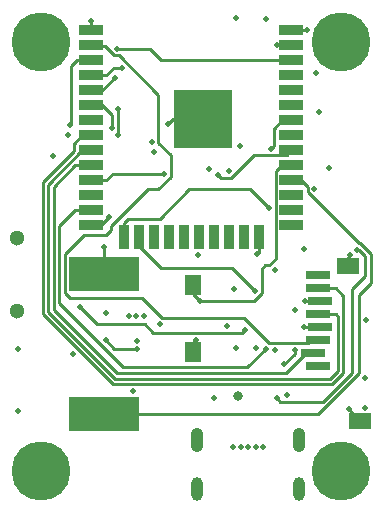
<source format=gbr>
%TF.GenerationSoftware,KiCad,Pcbnew,(6.0.1)*%
%TF.CreationDate,2022-09-11T15:04:47+02:00*%
%TF.ProjectId,trick-tracker,74726963-6b2d-4747-9261-636b65722e6b,rev?*%
%TF.SameCoordinates,Original*%
%TF.FileFunction,Copper,L4,Bot*%
%TF.FilePolarity,Positive*%
%FSLAX46Y46*%
G04 Gerber Fmt 4.6, Leading zero omitted, Abs format (unit mm)*
G04 Created by KiCad (PCBNEW (6.0.1)) date 2022-09-11 15:04:47*
%MOMM*%
%LPD*%
G01*
G04 APERTURE LIST*
%TA.AperFunction,ComponentPad*%
%ADD10O,1.050000X2.100000*%
%TD*%
%TA.AperFunction,ComponentPad*%
%ADD11O,1.000000X2.000000*%
%TD*%
%TA.AperFunction,ComponentPad*%
%ADD12C,0.800000*%
%TD*%
%TA.AperFunction,ComponentPad*%
%ADD13C,5.000000*%
%TD*%
%TA.AperFunction,ComponentPad*%
%ADD14C,1.300000*%
%TD*%
%TA.AperFunction,SMDPad,CuDef*%
%ADD15R,2.000000X0.800000*%
%TD*%
%TA.AperFunction,SMDPad,CuDef*%
%ADD16R,1.400000X1.800000*%
%TD*%
%TA.AperFunction,SMDPad,CuDef*%
%ADD17R,1.900000X1.400000*%
%TD*%
%TA.AperFunction,SMDPad,CuDef*%
%ADD18R,6.000000X3.000000*%
%TD*%
%TA.AperFunction,SMDPad,CuDef*%
%ADD19R,2.000000X0.900000*%
%TD*%
%TA.AperFunction,SMDPad,CuDef*%
%ADD20R,0.900000X2.000000*%
%TD*%
%TA.AperFunction,SMDPad,CuDef*%
%ADD21R,5.000000X5.000000*%
%TD*%
%TA.AperFunction,ViaPad*%
%ADD22C,0.500000*%
%TD*%
%TA.AperFunction,ViaPad*%
%ADD23C,0.800000*%
%TD*%
%TA.AperFunction,Conductor*%
%ADD24C,0.250000*%
%TD*%
G04 APERTURE END LIST*
D10*
%TO.P,J1,S1,SHELL_GND*%
%TO.N,unconnected-(J1-PadS1)*%
X146048000Y-131583000D03*
D11*
%TO.P,J1,S2,SHELL_GND*%
%TO.N,unconnected-(J1-PadS2)*%
X146048000Y-135763000D03*
%TO.P,J1,S3,SHELL_GND*%
%TO.N,unconnected-(J1-PadS3)*%
X154688000Y-135763000D03*
D10*
%TO.P,J1,S4,SHELL_GND*%
%TO.N,unconnected-(J1-PadS4)*%
X154688000Y-131583000D03*
%TD*%
D12*
%TO.P,H1,1*%
%TO.N,N/C*%
X134717000Y-134239000D03*
X131516175Y-135564825D03*
X131516175Y-132913175D03*
X132842000Y-132364000D03*
X132842000Y-136114000D03*
X134167825Y-132913175D03*
D13*
X132842000Y-134239000D03*
D12*
X134167825Y-135564825D03*
X130967000Y-134239000D03*
%TD*%
%TO.P,H2,1*%
%TO.N,N/C*%
X156916175Y-135564825D03*
X159567825Y-135564825D03*
X158242000Y-136114000D03*
D13*
X158242000Y-134239000D03*
D12*
X159567825Y-132913175D03*
X158242000Y-132364000D03*
X160117000Y-134239000D03*
X156916175Y-132913175D03*
X156367000Y-134239000D03*
%TD*%
D14*
%TO.P,S3,MH1,MH1*%
%TO.N,unconnected-(S3-PadMH1)*%
X130782000Y-114477000D03*
%TO.P,S3,MH2,MH2*%
%TO.N,unconnected-(S3-PadMH2)*%
X130782000Y-120727000D03*
%TD*%
D12*
%TO.P,H3,1*%
%TO.N,N/C*%
X132842000Y-99792000D03*
X134167825Y-96591175D03*
X130967000Y-97917000D03*
X134717000Y-97917000D03*
D13*
X132842000Y-97917000D03*
D12*
X132842000Y-96042000D03*
X131516175Y-96591175D03*
X134167825Y-99242825D03*
X131516175Y-99242825D03*
%TD*%
%TO.P,H4,1*%
%TO.N,N/C*%
X160117000Y-97917000D03*
X159567825Y-99242825D03*
X156367000Y-97917000D03*
X159567825Y-96591175D03*
X158242000Y-99792000D03*
D13*
X158242000Y-97917000D03*
D12*
X158242000Y-96042000D03*
X156916175Y-99242825D03*
X156916175Y-96591175D03*
%TD*%
D15*
%TO.P,J4,1,DAT2*%
%TO.N,unconnected-(J4-Pad1)*%
X156260000Y-125384000D03*
%TO.P,J4,2,CD/DAT3*%
%TO.N,/CS*%
X155860000Y-124284000D03*
%TO.P,J4,3,CMD*%
%TO.N,/MOSI*%
X156260000Y-123184000D03*
%TO.P,J4,4,VDD*%
%TO.N,+3V3*%
X156460000Y-122084000D03*
%TO.P,J4,5,CLK*%
%TO.N,/CLK*%
X156260000Y-120984000D03*
%TO.P,J4,6,VSS*%
%TO.N,GND*%
X156460000Y-119884000D03*
%TO.P,J4,7,DAT0*%
%TO.N,/MISO*%
X156260000Y-118784000D03*
%TO.P,J4,8,DAT1*%
%TO.N,unconnected-(J4-Pad8)*%
X156260000Y-117684000D03*
D16*
%TO.P,J4,9,CD1*%
%TO.N,/SD_DETECT*%
X145710000Y-118494000D03*
%TO.P,J4,10,CD2*%
X145710000Y-124194000D03*
D17*
%TO.P,J4,11,GND*%
%TO.N,GND*%
X158860000Y-116894000D03*
%TO.P,J4,12,GND*%
X159860000Y-130044000D03*
%TD*%
D18*
%TO.P,P1,1,IN*%
%TO.N,Net-(P1-Pad1)*%
X138176000Y-129444000D03*
%TO.P,P1,2,OUT*%
%TO.N,GND*%
X138176000Y-117544000D03*
%TD*%
D19*
%TO.P,U3,1,GND*%
%TO.N,GND*%
X154042000Y-96944000D03*
%TO.P,U3,2,VDD*%
%TO.N,+3V3*%
X154042000Y-98214000D03*
%TO.P,U3,3,EN*%
%TO.N,/ESP_EN*%
X154042000Y-99484000D03*
%TO.P,U3,4,SENSOR_VP*%
%TO.N,unconnected-(U3-Pad4)*%
X154042000Y-100754000D03*
%TO.P,U3,5,SENSOR_VN*%
%TO.N,unconnected-(U3-Pad5)*%
X154042000Y-102024000D03*
%TO.P,U3,6,IO34*%
%TO.N,unconnected-(U3-Pad6)*%
X154042000Y-103294000D03*
%TO.P,U3,7,IO35*%
%TO.N,/BAT_SENS*%
X154042000Y-104564000D03*
%TO.P,U3,8,IO32*%
%TO.N,unconnected-(U3-Pad8)*%
X154042000Y-105834000D03*
%TO.P,U3,9,IO33*%
%TO.N,/BMX_INT2*%
X154042000Y-107104000D03*
%TO.P,U3,10,IO25*%
%TO.N,/SD_DETECT*%
X154042000Y-108374000D03*
%TO.P,U3,11,IO26*%
%TO.N,Net-(P1-Pad1)*%
X154042000Y-109644000D03*
%TO.P,U3,12,IO27*%
%TO.N,unconnected-(U3-Pad12)*%
X154042000Y-110914000D03*
%TO.P,U3,13,IO14*%
%TO.N,unconnected-(U3-Pad13)*%
X154042000Y-112184000D03*
%TO.P,U3,14,IO12*%
%TO.N,unconnected-(U3-Pad14)*%
X154042000Y-113454000D03*
D20*
%TO.P,U3,15,GND*%
%TO.N,GND*%
X151257000Y-114454000D03*
%TO.P,U3,16,IO13*%
%TO.N,unconnected-(U3-Pad16)*%
X149987000Y-114454000D03*
%TO.P,U3,17,SHD/SD2*%
%TO.N,unconnected-(U3-Pad17)*%
X148717000Y-114454000D03*
%TO.P,U3,18,SWP/SD3*%
%TO.N,unconnected-(U3-Pad18)*%
X147447000Y-114454000D03*
%TO.P,U3,19,SCS/CMD*%
%TO.N,unconnected-(U3-Pad19)*%
X146177000Y-114454000D03*
%TO.P,U3,20,SCK/CLK*%
%TO.N,unconnected-(U3-Pad20)*%
X144907000Y-114454000D03*
%TO.P,U3,21,SDO/SD0*%
%TO.N,unconnected-(U3-Pad21)*%
X143637000Y-114454000D03*
%TO.P,U3,22,SDI/SD1*%
%TO.N,unconnected-(U3-Pad22)*%
X142367000Y-114454000D03*
%TO.P,U3,23,IO15*%
%TO.N,/PRESS_INT*%
X141097000Y-114454000D03*
%TO.P,U3,24,IO2*%
%TO.N,Net-(D4-Pad2)*%
X139827000Y-114454000D03*
D19*
%TO.P,U3,25,IO0*%
%TO.N,/IO0*%
X137042000Y-113454000D03*
%TO.P,U3,26,IO4*%
%TO.N,/BTN*%
X137042000Y-112184000D03*
%TO.P,U3,27,IO16*%
%TO.N,unconnected-(U3-Pad27)*%
X137042000Y-110914000D03*
%TO.P,U3,28,IO17*%
%TO.N,/BMX_INT1*%
X137042000Y-109644000D03*
%TO.P,U3,29,IO5*%
%TO.N,/CS*%
X137042000Y-108374000D03*
%TO.P,U3,30,IO18*%
%TO.N,/CLK*%
X137042000Y-107104000D03*
%TO.P,U3,31,IO19*%
%TO.N,/MISO*%
X137042000Y-105834000D03*
%TO.P,U3,32,NC*%
%TO.N,unconnected-(U3-Pad32)*%
X137042000Y-104564000D03*
%TO.P,U3,33,IO21*%
%TO.N,/SDA*%
X137042000Y-103294000D03*
%TO.P,U3,34,RXD0/IO3*%
%TO.N,/Rx*%
X137042000Y-102024000D03*
%TO.P,U3,35,TXD0/IO1*%
%TO.N,/Tx*%
X137042000Y-100754000D03*
%TO.P,U3,36,IO22*%
%TO.N,/SCL*%
X137042000Y-99484000D03*
%TO.P,U3,37,IO23*%
%TO.N,/MOSI*%
X137042000Y-98214000D03*
%TO.P,U3,38,GND*%
%TO.N,GND*%
X137042000Y-96944000D03*
D21*
%TO.P,U3,39,GND*%
X146542000Y-104444000D03*
%TD*%
D22*
%TO.N,+3V3*%
X157224200Y-108581000D03*
X149352000Y-123825000D03*
X152654000Y-123956066D03*
X156083000Y-100584000D03*
X152781000Y-98171000D03*
X151003000Y-123825000D03*
X148717000Y-108873300D03*
X155074992Y-122053603D03*
X148550800Y-121968000D03*
X147098400Y-108666100D03*
X133850500Y-107577000D03*
X142406400Y-107240400D03*
X151892000Y-96012000D03*
X138296600Y-120894500D03*
%TO.N,GND*%
X149159200Y-118815800D03*
X155067000Y-115474300D03*
X153670000Y-127805400D03*
X151091800Y-115904300D03*
X135096000Y-105822900D03*
X155194000Y-119888000D03*
X140925100Y-123206600D03*
X154305000Y-120650000D03*
X140589000Y-127494498D03*
X146134600Y-115914800D03*
X135509000Y-124333000D03*
X130849000Y-123911200D03*
X160235000Y-128876900D03*
X155988000Y-110343700D03*
X156337000Y-103873000D03*
X138176000Y-115255500D03*
X149645200Y-106687200D03*
X147511000Y-128086100D03*
X149352000Y-95885000D03*
X137033000Y-96139000D03*
X143588900Y-104852300D03*
X142202500Y-106413000D03*
X155321000Y-96901000D03*
X159004000Y-115951000D03*
X158877000Y-129032000D03*
X152654000Y-117195600D03*
X160235000Y-126392400D03*
X130849000Y-129159000D03*
X160347100Y-121441200D03*
%TO.N,/VBUS*%
X140893300Y-121107700D03*
X151638000Y-132207000D03*
X151003000Y-132207000D03*
D23*
X149479000Y-127889000D03*
D22*
X149733000Y-132207000D03*
X159588200Y-115510600D03*
X142869245Y-121805622D03*
X149098000Y-132207000D03*
X140258300Y-121107700D03*
X150368000Y-132207000D03*
X141528300Y-121107700D03*
X152781000Y-128080600D03*
%TO.N,/VBAT*%
X140925100Y-123907000D03*
X138303000Y-123163400D03*
%TO.N,/SCL*%
X135301700Y-104971500D03*
%TO.N,/SDA*%
X138815800Y-105188900D03*
%TO.N,/IO0*%
X139319000Y-105791000D03*
X138557000Y-112776000D03*
X139319000Y-103632000D03*
%TO.N,/PRESS_INT*%
X150938900Y-118965000D03*
%TO.N,/BTN*%
X153416000Y-125222000D03*
X151860340Y-123880433D03*
X154305000Y-123956066D03*
%TO.N,/Tx*%
X139663400Y-100103700D03*
%TO.N,/Rx*%
X139065000Y-100965000D03*
%TO.N,/BAT_SENS*%
X152341800Y-106949900D03*
%TO.N,Net-(D4-Pad2)*%
X152137200Y-111967600D03*
%TO.N,/SD_DETECT*%
X146300000Y-119884000D03*
X145923000Y-123119000D03*
%TO.N,/ESP_EN*%
X139250633Y-98482800D03*
X150075556Y-122329268D03*
X136123500Y-120372000D03*
%TO.N,/BMX_INT2*%
X147828000Y-109220000D03*
%TO.N,/BMX_INT1*%
X143214100Y-109092900D03*
%TD*%
D24*
%TO.N,+3V3*%
X155105389Y-122084000D02*
X155074992Y-122053603D01*
X152781000Y-98171000D02*
X152824000Y-98214000D01*
X152824000Y-98214000D02*
X154042000Y-98214000D01*
X156460000Y-122084000D02*
X155105389Y-122084000D01*
%TO.N,GND*%
X155194000Y-119888000D02*
X155815700Y-119888000D01*
X137042000Y-96944000D02*
X137042000Y-96148000D01*
X158860000Y-116095000D02*
X159004000Y-115951000D01*
X155819700Y-119884000D02*
X156895000Y-119884000D01*
X154085000Y-96901000D02*
X154042000Y-96944000D01*
X155321000Y-96901000D02*
X154085000Y-96901000D01*
X143997200Y-104444000D02*
X146542000Y-104444000D01*
X151216800Y-115779300D02*
X151257000Y-115779300D01*
X143588900Y-104852300D02*
X143997200Y-104444000D01*
X159860000Y-130044000D02*
X159860000Y-130015000D01*
X151091800Y-115904300D02*
X151216800Y-115779300D01*
X137042000Y-96148000D02*
X137033000Y-96139000D01*
X151257000Y-114454000D02*
X151257000Y-115779300D01*
X158860000Y-116894000D02*
X158860000Y-116095000D01*
X155815700Y-119888000D02*
X155819700Y-119884000D01*
X159860000Y-130015000D02*
X158877000Y-129032000D01*
X138176000Y-115255500D02*
X138176000Y-117544000D01*
%TO.N,/VBUS*%
X156694500Y-128379900D02*
X159130700Y-125943700D01*
X159130700Y-125943700D02*
X159130700Y-118863400D01*
X160299900Y-116047100D02*
X159763400Y-115510600D01*
X152781000Y-128080600D02*
X153080300Y-128379900D01*
X159130700Y-118863400D02*
X160299900Y-117694200D01*
X159763400Y-115510600D02*
X159588200Y-115510600D01*
X153080300Y-128379900D02*
X156694500Y-128379900D01*
X160299900Y-117694200D02*
X160299900Y-116047100D01*
%TO.N,/VBAT*%
X139046600Y-123907000D02*
X140925100Y-123907000D01*
X138303000Y-123163400D02*
X139046600Y-123907000D01*
%TO.N,/SCL*%
X135847000Y-99484000D02*
X135382000Y-99949000D01*
X135382000Y-99949000D02*
X135382000Y-104891200D01*
X137042000Y-99484000D02*
X135847000Y-99484000D01*
X135382000Y-104891200D02*
X135301700Y-104971500D01*
%TO.N,/SDA*%
X138815800Y-104525800D02*
X138815800Y-105188900D01*
X137965000Y-103294000D02*
X138811000Y-104140000D01*
X138811000Y-104521000D02*
X138815800Y-104525800D01*
X137042000Y-103294000D02*
X137965000Y-103294000D01*
X138811000Y-104140000D02*
X138811000Y-104521000D01*
%TO.N,/IO0*%
X138557000Y-112776000D02*
X137879000Y-113454000D01*
X139319000Y-103632000D02*
X139390311Y-103703311D01*
X137879000Y-113454000D02*
X137042000Y-113454000D01*
X139390311Y-103703311D02*
X139390311Y-105719689D01*
X139390311Y-105719689D02*
X139319000Y-105791000D01*
%TO.N,/PRESS_INT*%
X141097000Y-114454000D02*
X141097000Y-115161200D01*
X149043100Y-117069200D02*
X150938900Y-118965000D01*
X141097000Y-115161200D02*
X143005000Y-117069200D01*
X143005000Y-117069200D02*
X149043100Y-117069200D01*
%TO.N,/BTN*%
X150264773Y-125476000D02*
X139803118Y-125476000D01*
X151860340Y-123880433D02*
X150264773Y-125476000D01*
X134367077Y-120039959D02*
X134367077Y-113536923D01*
X135720000Y-112184000D02*
X137042000Y-112184000D01*
X154305000Y-123956066D02*
X154305000Y-124333000D01*
X134367077Y-113536923D02*
X135720000Y-112184000D01*
X154305000Y-124333000D02*
X153416000Y-125222000D01*
X139803118Y-125476000D02*
X134367077Y-120039959D01*
%TO.N,/Tx*%
X137042000Y-100754000D02*
X138367300Y-100754000D01*
X138367300Y-100754000D02*
X139017600Y-100103700D01*
X139017600Y-100103700D02*
X139663400Y-100103700D01*
%TO.N,/Rx*%
X139065000Y-100965000D02*
X138006000Y-102024000D01*
X138006000Y-102024000D02*
X137042000Y-102024000D01*
%TO.N,/BAT_SENS*%
X152527000Y-106764700D02*
X152341800Y-106949900D01*
X153212978Y-104564000D02*
X152527000Y-105249978D01*
X152527000Y-105249978D02*
X152527000Y-106764700D01*
X154042000Y-104564000D02*
X153212978Y-104564000D01*
%TO.N,Net-(D4-Pad2)*%
X142871900Y-112903000D02*
X145378100Y-110396800D01*
X139827000Y-113284000D02*
X140208000Y-112903000D01*
X145378100Y-110396800D02*
X150566400Y-110396800D01*
X139827000Y-114454000D02*
X139827000Y-113284000D01*
X150566400Y-110396800D02*
X152137200Y-111967600D01*
X140208000Y-112903000D02*
X142871900Y-112903000D01*
%TO.N,/CS*%
X153553040Y-125973960D02*
X155243000Y-124284000D01*
X137042000Y-108374000D02*
X135716700Y-108374000D01*
X133908500Y-110182200D02*
X133908500Y-120572064D01*
X139310396Y-125973960D02*
X153553040Y-125973960D01*
X133908500Y-120572064D02*
X139310396Y-125973960D01*
X135716700Y-108374000D02*
X133908500Y-110182200D01*
X155243000Y-124284000D02*
X155860000Y-124284000D01*
%TO.N,/MOSI*%
X142767400Y-110396800D02*
X143821000Y-109343200D01*
X143821000Y-107502500D02*
X142777900Y-106459400D01*
X136489289Y-114228511D02*
X138366511Y-114228511D01*
X150046600Y-121282900D02*
X143107600Y-121282900D01*
X142777900Y-106459400D02*
X142777900Y-102401500D01*
X143107600Y-121282900D02*
X141419400Y-119594700D01*
X139002100Y-99057300D02*
X138242800Y-98298000D01*
X137126000Y-98298000D02*
X137042000Y-98214000D01*
X155422134Y-123381566D02*
X152145266Y-123381566D01*
X134842500Y-119171800D02*
X134842500Y-115875300D01*
X134842500Y-115875300D02*
X136489289Y-114228511D01*
X141867300Y-110396800D02*
X142767400Y-110396800D01*
X141419400Y-119594700D02*
X135265400Y-119594700D01*
X138730100Y-113864922D02*
X138730100Y-113534000D01*
X143821000Y-109343200D02*
X143821000Y-107502500D01*
X138366511Y-114228511D02*
X138730100Y-113864922D01*
X155619700Y-123184000D02*
X155422134Y-123381566D01*
X135265400Y-119594700D02*
X134842500Y-119171800D01*
X142777900Y-102401500D02*
X139433700Y-99057300D01*
X138242800Y-98298000D02*
X137126000Y-98298000D01*
X139433700Y-99057300D02*
X139002100Y-99057300D01*
X152145266Y-123381566D02*
X150046600Y-121282900D01*
X138730100Y-113534000D02*
X141867300Y-110396800D01*
X156695000Y-123184000D02*
X155619700Y-123184000D01*
%TO.N,/MISO*%
X135636000Y-106533600D02*
X135636000Y-107170500D01*
X137042000Y-105834000D02*
X136335600Y-105834000D01*
X157496300Y-126873000D02*
X158420800Y-125948500D01*
X158420800Y-125948500D02*
X158420800Y-119434500D01*
X157770300Y-118784000D02*
X156695000Y-118784000D01*
X133007800Y-109798700D02*
X133007800Y-120942800D01*
X138938000Y-126873000D02*
X157496300Y-126873000D01*
X135636000Y-107170500D02*
X133007800Y-109798700D01*
X158420800Y-119434500D02*
X157770300Y-118784000D01*
X133007800Y-120942800D02*
X138938000Y-126873000D01*
X136335600Y-105834000D02*
X135636000Y-106533600D01*
%TO.N,/SD_DETECT*%
X150847400Y-119884000D02*
X146300000Y-119884000D01*
X151789600Y-116840000D02*
X151531400Y-117098200D01*
X145710000Y-123332000D02*
X145923000Y-123119000D01*
X153212978Y-108374000D02*
X152717489Y-108869489D01*
X146300000Y-119884000D02*
X145710000Y-119294000D01*
X152146000Y-116840000D02*
X151789600Y-116840000D01*
X151531400Y-119200000D02*
X150847400Y-119884000D01*
X145710000Y-124194000D02*
X145710000Y-123332000D01*
X152717489Y-116268511D02*
X152146000Y-116840000D01*
X145710000Y-119294000D02*
X145710000Y-118494000D01*
X152717489Y-108869489D02*
X152717489Y-116268511D01*
X151531400Y-117098200D02*
X151531400Y-119200000D01*
X154042000Y-108374000D02*
X153212978Y-108374000D01*
%TO.N,/ESP_EN*%
X149976200Y-122544500D02*
X149976200Y-122428624D01*
X139250633Y-98482800D02*
X142026800Y-98482800D01*
X143028000Y-99484000D02*
X154042000Y-99484000D01*
X141624800Y-121816000D02*
X137567500Y-121816000D01*
X154042000Y-99484000D02*
X152511455Y-99484000D01*
X149976200Y-122428624D02*
X150075556Y-122329268D01*
X142353300Y-122544500D02*
X141624800Y-121816000D01*
X149976200Y-122544500D02*
X142353300Y-122544500D01*
X142026800Y-98482800D02*
X143028000Y-99484000D01*
X137567500Y-121816000D02*
X136123500Y-120372000D01*
%TO.N,Net-(P1-Pad1)*%
X159826171Y-114936089D02*
X160750200Y-115860118D01*
X156267300Y-129444000D02*
X138176000Y-129444000D01*
X155413489Y-110581671D02*
X159767907Y-114936089D01*
X159771700Y-125939600D02*
X156267300Y-129444000D01*
X160750200Y-115860118D02*
X160750200Y-118330900D01*
X154871022Y-109644000D02*
X155413489Y-110186467D01*
X154042000Y-109644000D02*
X154871022Y-109644000D01*
X155413489Y-110186467D02*
X155413489Y-110581671D01*
X159767907Y-114936089D02*
X159826171Y-114936089D01*
X160750200Y-118330900D02*
X159771700Y-119309400D01*
X159771700Y-119309400D02*
X159771700Y-125939600D01*
%TO.N,/CLK*%
X133458100Y-120757382D02*
X139124198Y-126423480D01*
X157299620Y-126423480D02*
X157970400Y-125752700D01*
X157970400Y-125752700D02*
X157970400Y-121184100D01*
X157770300Y-120984000D02*
X156695000Y-120984000D01*
X139124198Y-126423480D02*
X157299620Y-126423480D01*
X137042000Y-107104000D02*
X136339400Y-107104000D01*
X133458100Y-109985300D02*
X133458100Y-120757382D01*
X136339400Y-107104000D02*
X133458100Y-109985300D01*
X157970400Y-121184100D02*
X157770300Y-120984000D01*
%TO.N,/BMX_INT2*%
X153621589Y-107524411D02*
X150878371Y-107524411D01*
X150878371Y-107524411D02*
X148954971Y-109447811D01*
X154042000Y-107104000D02*
X153621589Y-107524411D01*
X148954971Y-109447811D02*
X148055811Y-109447811D01*
X148055811Y-109447811D02*
X147828000Y-109220000D01*
%TO.N,/BMX_INT1*%
X137042000Y-109644000D02*
X138367300Y-109644000D01*
X138367300Y-109644000D02*
X138918400Y-109092900D01*
X138918400Y-109092900D02*
X143214100Y-109092900D01*
%TO.N,unconnected-(J4-Pad1)*%
X155546200Y-125457500D02*
X155619700Y-125384000D01*
%TD*%
M02*

</source>
